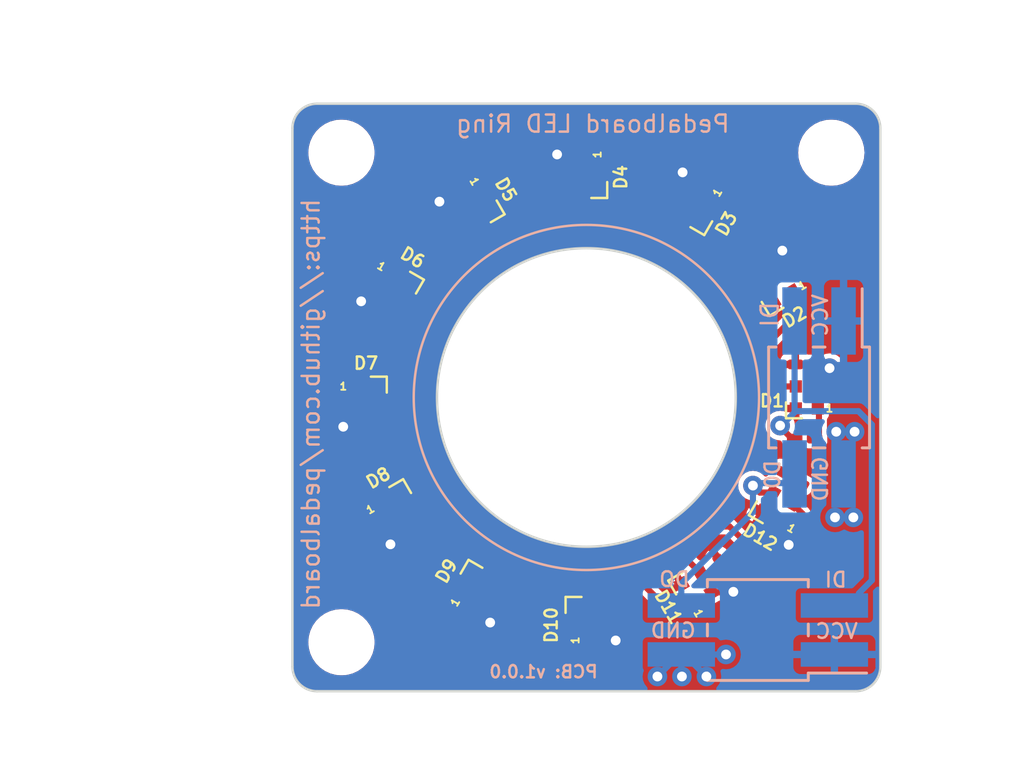
<source format=kicad_pcb>
(kicad_pcb (version 20221018) (generator pcbnew)
  (title_block (title "Pedalboard LED Ring") (date "2023-05-29") (rev "1.0.0") (company "https://github.com/pedalboard") (comment 1 "Source Code: https://github.com/pedalboard/pedalboard-led-ring") (comment 2 "License: CERN Open Hardware Licence Version 2 - Permissive"))
  (layers (0 "F.Cu" signal) (31 "B.Cu" signal) (34 "B.Paste" user) (35 "F.Paste" user) (36 "B.SilkS" user "B.Silkscreen") (37 "F.SilkS" user "F.Silkscreen") (38 "B.Mask" user) (39 "F.Mask" user) (44 "Edge.Cuts" user))
  (net 0 "")
  (net 1 "Net-(D1-DOUT)")
  (net 2 "Net-(D1-DIN)")
  (net 3 "Net-(D2-DOUT)")
  (net 4 "Net-(D3-DOUT)")
  (net 5 "Net-(D4-DOUT)")
  (net 6 "Net-(D5-DOUT)")
  (net 7 "Net-(D6-DOUT)")
  (net 8 "Net-(D12-DOUT)")
  (net 9 "VCC")
  (net 10 "GND")
  (net 11 "Net-(D7-DOUT)")
  (net 12 "Net-(D8-DOUT)")
  (net 13 "Net-(D10-DIN)")
  (net 14 "Net-(D11-DOUT)")
  (net 15 "Net-(D10-DOUT)")
  (net 16 "Net-(J1-Pin_3)")
  (footprint "Library:LED_SK6812_EC15_1.5x1.5mm" (layer "F.Cu") (at 84.5 67.794229 120)
    (fp_text reference "D11" (at -0.086842 -1.378044 120) (layer "F.SilkS") (effects (font (size 0.5 0.5) (thickness 0.1) bold)))
    (fp_text value "SK6812_EC15")
    (fp_text user "1" (at -0.925 -0.45 120) (layer "F.SilkS") (effects (font (size 0.3 0.3) (thickness 0.075))))
    (fp_line (start 0.85 -0.85) (end 0.2 -0.85) (stroke (width 0.1)) (layer "F.SilkS"))
    (fp_line (start 0.85 -0.2) (end 0.85 -0.85) (stroke (width 0.1)) (layer "F.SilkS"))
    (pad "1" smd rect (at -0.45 -0.45 120) (size 0.5 0.5) (layers "F.Cu" "F.Paste" "F.Mask") (net 15 "Net-(D10-DOUT)"))
    (pad "2" smd rect (at -0.45 0.45 120) (size 0.5 0.5) (layers "F.Cu" "F.Paste" "F.Mask") (net 9 "VCC"))
    (pad "3" smd rect (at 0.45 0.45 120) (size 0.5 0.5) (layers "F.Cu" "F.Paste" "F.Mask") (net 14 "Net-(D11-DOUT)"))
    (pad "4" smd rect (at 0.45 -0.45 120) (size 0.5 0.5) (layers "F.Cu" "F.Paste" "F.Mask") (net 10 "GND"))
  )
  (footprint "Capacitor_SMD:C_0201_0603Metric_Pad0.64x0.40mm_HandSolder" (layer "F.Cu") (at 78.65 51.06 -90)
    (fp_text reference "C4" hide)
    (fp_text value "1uF")
    (pad "1" smd roundrect (at -0.4075 0 270) (size 0.635 0.4) (layers "F.Cu" "F.Mask") (net 9 "VCC"))
    (pad "2" smd roundrect (at 0.4075 0 270) (size 0.635 0.4) (layers "F.Cu" "F.Mask") (net 10 "GND"))
  )
  (footprint "Capacitor_SMD:C_0201_0603Metric_Pad0.64x0.40mm_HandSolder" (layer "F.Cu") (at 74.360866 52.932733 -60)
    (fp_text reference "C5" hide)
    (fp_text value "1uF")
    (pad "1" smd roundrect (at -0.4075 0 300) (size 0.635 0.4) (layers "F.Cu" "F.Mask") (net 9 "VCC"))
    (pad "2" smd roundrect (at 0.4075 0 300) (size 0.635 0.4) (layers "F.Cu" "F.Mask") (net 10 "GND"))
  )
  (footprint "Library:LED_SK6812_EC15_1.5x1.5mm" (layer "F.Cu") (at 89 60 180)
    (fp_text reference "D1" (at 1.42 -0.14) (layer "F.SilkS") (effects (font (size 0.5 0.5) (thickness 0.1) bold)))
    (fp_text value "SK6812_EC15")
    (fp_text user "1" (at -0.925 -0.45) (layer "F.SilkS") (effects (font (size 0.3 0.3) (thickness 0.075))))
    (fp_line (start 0.85 -0.85) (end 0.2 -0.85) (stroke (width 0.1)) (layer "F.SilkS"))
    (fp_line (start 0.85 -0.2) (end 0.85 -0.85) (stroke (width 0.1)) (layer "F.SilkS"))
    (pad "1" smd rect (at -0.45 -0.45 180) (size 0.5 0.5) (layers "F.Cu" "F.Paste" "F.Mask") (net 2 "Net-(D1-DIN)"))
    (pad "2" smd rect (at -0.45 0.45 180) (size 0.5 0.5) (layers "F.Cu" "F.Paste" "F.Mask") (net 9 "VCC"))
    (pad "3" smd rect (at 0.45 0.45 180) (size 0.5 0.5) (layers "F.Cu" "F.Paste" "F.Mask") (net 1 "Net-(D1-DOUT)"))
    (pad "4" smd rect (at 0.45 -0.45 180) (size 0.5 0.5) (layers "F.Cu" "F.Paste" "F.Mask") (net 10 "GND"))
  )
  (footprint "Library:LED_SK6812_EC15_1.5x1.5mm" (layer "F.Cu") (at 80 51 -90)
    (fp_text reference "D4" (at 0 -1.4 90) (layer "F.SilkS") (effects (font (size 0.5 0.5) (thickness 0.1) bold)))
    (fp_text value "SK6812_EC15")
    (fp_text user "1" (at -0.925 -0.45 90) (layer "F.SilkS") (effects (font (size 0.3 0.3) (thickness 0.075))))
    (fp_line (start 0.85 -0.85) (end 0.2 -0.85) (stroke (width 0.1)) (layer "F.SilkS"))
    (fp_line (start 0.85 -0.2) (end 0.85 -0.85) (stroke (width 0.1)) (layer "F.SilkS"))
    (pad "1" smd rect (at -0.45 -0.45 270) (size 0.5 0.5) (layers "F.Cu" "F.Paste" "F.Mask") (net 4 "Net-(D3-DOUT)"))
    (pad "2" smd rect (at -0.45 0.45 270) (size 0.5 0.5) (layers "F.Cu" "F.Paste" "F.Mask") (net 9 "VCC"))
    (pad "3" smd rect (at 0.45 0.45 270) (size 0.5 0.5) (layers "F.Cu" "F.Paste" "F.Mask") (net 5 "Net-(D4-DOUT)"))
    (pad "4" smd rect (at 0.45 -0.45 270) (size 0.5 0.5) (layers "F.Cu" "F.Paste" "F.Mask") (net 10 "GND"))
  )
  (footprint "Library:LED_SK6812_EC15_1.5x1.5mm" (layer "F.Cu") (at 87.794229 64.5 150)
    (fp_text reference "D12" (at 0 -1.4 150) (layer "F.SilkS") (effects (font (size 0.5 0.5) (thickness 0.1) bold)))
    (fp_text value "SK6812_EC15")
    (fp_text user "1" (at -0.925 -0.45 150) (layer "F.SilkS") (effects (font (size 0.3 0.3) (thickness 0.075))))
    (fp_line (start 0.85 -0.85) (end 0.2 -0.85) (stroke (width 0.1)) (layer "F.SilkS"))
    (fp_line (start 0.85 -0.2) (end 0.85 -0.85) (stroke (width 0.1)) (layer "F.SilkS"))
    (pad "1" smd rect (at -0.45 -0.45 150) (size 0.5 0.5) (layers "F.Cu" "F.Paste" "F.Mask") (net 14 "Net-(D11-DOUT)"))
    (pad "2" smd rect (at -0.45 0.45 150) (size 0.5 0.5) (layers "F.Cu" "F.Paste" "F.Mask") (net 9 "VCC"))
    (pad "3" smd rect (at 0.45 0.45 150) (size 0.5 0.5) (layers "F.Cu" "F.Paste" "F.Mask") (net 8 "Net-(D12-DOUT)"))
    (pad "4" smd rect (at 0.45 -0.45 150) (size 0.5 0.5) (layers "F.Cu" "F.Paste" "F.Mask") (net 10 "GND"))
  )
  (footprint "Library:LED_SK6812_EC15_1.5x1.5mm" (layer "F.Cu") (at 72.205771 64.5 30)
    (fp_text reference "D8" (at 0 -1.4 30) (layer "F.SilkS") (effects (font (size 0.5 0.5) (thickness 0.1) bold)))
    (fp_text value "SK6812_EC15")
    (fp_text user "1" (at -0.925 -0.45 30) (layer "F.SilkS") (effects (font (size 0.3 0.3) (thickness 0.075))))
    (fp_line (start 0.85 -0.85) (end 0.2 -0.85) (stroke (width 0.1)) (layer "F.SilkS"))
    (fp_line (start 0.85 -0.2) (end 0.85 -0.85) (stroke (width 0.1)) (layer "F.SilkS"))
    (pad "1" smd rect (at -0.45 -0.45 30) (size 0.5 0.5) (layers "F.Cu" "F.Paste" "F.Mask") (net 11 "Net-(D7-DOUT)"))
    (pad "2" smd rect (at -0.45 0.45 30) (size 0.5 0.5) (layers "F.Cu" "F.Paste" "F.Mask") (net 9 "VCC"))
    (pad "3" smd rect (at 0.45 0.45 30) (size 0.5 0.5) (layers "F.Cu" "F.Paste" "F.Mask") (net 12 "Net-(D8-DOUT)"))
    (pad "4" smd rect (at 0.45 -0.45 30) (size 0.5 0.5) (layers "F.Cu" "F.Paste" "F.Mask") (net 10 "GND"))
  )
  (footprint "Library:LED_SK6812_EC15_1.5x1.5mm" (layer "F.Cu") (at 80 69 90)
    (fp_text reference "D10" (at -0.3 -1.44 90) (layer "F.SilkS") (effects (font (size 0.5 0.5) (thickness 0.1) bold)))
    (fp_text value "SK6812_EC15")
    (fp_text user "1" (at -0.925 -0.45 90) (layer "F.SilkS") (effects (font (size 0.3 0.3) (thickness 0.075))))
    (fp_line (start 0.85 -0.85) (end 0.2 -0.85) (stroke (width 0.1)) (layer "F.SilkS"))
    (fp_line (start 0.85 -0.2) (end 0.85 -0.85) (stroke (width 0.1)) (layer "F.SilkS"))
    (pad "1" smd rect (at -0.45 -0.45 90) (size 0.5 0.5) (layers "F.Cu" "F.Paste" "F.Mask") (net 13 "Net-(D10-DIN)"))
    (pad "2" smd rect (at -0.45 0.45 90) (size 0.5 0.5) (layers "F.Cu" "F.Paste" "F.Mask") (net 9 "VCC"))
    (pad "3" smd rect (at 0.45 0.45 90) (size 0.5 0.5) (layers "F.Cu" "F.Paste" "F.Mask") (net 15 "Net-(D10-DOUT)"))
    (pad "4" smd rect (at 0.45 -0.45 90) (size 0.5 0.5) (layers "F.Cu" "F.Paste" "F.Mask") (net 10 "GND"))
  )
  (footprint "Library:LED_SK6812_EC15_1.5x1.5mm" (layer "F.Cu") (at 71 60)
    (fp_text reference "D7" (at 0 -1.4) (layer "F.SilkS") (effects (font (size 0.5 0.5) (thickness 0.1) bold)))
    (fp_text value "SK6812_EC15")
    (fp_text user "1" (at -0.925 -0.45) (layer "F.SilkS") (effects (font (size 0.3 0.3) (thickness 0.075))))
    (fp_line (start 0.85 -0.85) (end 0.2 -0.85) (stroke (width 0.1)) (layer "F.SilkS"))
    (fp_line (start 0.85 -0.2) (end 0.85 -0.85) (stroke (width 0.1)) (layer "F.SilkS"))
    (pad "1" smd rect (at -0.45 -0.45) (size 0.5 0.5) (layers "F.Cu" "F.Paste" "F.Mask") (net 7 "Net-(D6-DOUT)"))
    (pad "2" smd rect (at -0.45 0.45) (size 0.5 0.5) (layers "F.Cu" "F.Paste" "F.Mask") (net 9 "VCC"))
    (pad "3" smd rect (at 0.45 0.45) (size 0.5 0.5) (layers "F.Cu" "F.Paste" "F.Mask") (net 11 "Net-(D7-DOUT)"))
    (pad "4" smd rect (at 0.45 -0.45) (size 0.5 0.5) (layers "F.Cu" "F.Paste" "F.Mask") (net 10 "GND"))
  )
  (footprint "Library:LED_SK6812_EC15_1.5x1.5mm" (layer "F.Cu") (at 72.205771 55.5 -30)
    (fp_text reference "D6" (at 0 -1.4 150) (layer "F.SilkS") (effects (font (size 0.5 0.5) (thickness 0.1) bold)))
    (fp_text value "SK6812_EC15")
    (fp_text user "1" (at -0.925 -0.45 150) (layer "F.SilkS") (effects (font (size 0.3 0.3) (thickness 0.075))))
    (fp_line (start 0.85 -0.85) (end 0.2 -0.85) (stroke (width 0.1)) (layer "F.SilkS"))
    (fp_line (start 0.85 -0.2) (end 0.85 -0.85) (stroke (width 0.1)) (layer "F.SilkS"))
    (pad "1" smd rect (at -0.45 -0.45 330) (size 0.5 0.5) (layers "F.Cu" "F.Paste" "F.Mask") (net 6 "Net-(D5-DOUT)"))
    (pad "2" smd rect (at -0.45 0.45 330) (size 0.5 0.5) (layers "F.Cu" "F.Paste" "F.Mask") (net 9 "VCC"))
    (pad "3" smd rect (at 0.45 0.45 330) (size 0.5 0.5) (layers "F.Cu" "F.Paste" "F.Mask") (net 7 "Net-(D6-DOUT)"))
    (pad "4" smd rect (at 0.45 -0.45 330) (size 0.5 0.5) (layers "F.Cu" "F.Paste" "F.Mask") (net 10 "GND"))
  )
  (footprint "MountingHole:MountingHole_2.2mm_M2" (layer "F.Cu") (at 90 50)
    (fp_text reference "H2" hide)
    (fp_text value "MountingHole")
    (pad "" np_thru_hole circle (at 0 0) (size 2.2 2.2) (drill 2.2) (layers "*.Cu" "*.Mask"))
  )
  (footprint "Capacitor_SMD:C_0201_0603Metric_Pad0.64x0.40mm_HandSolder" (layer "F.Cu") (at 71.06 61.35)
    (fp_text reference "C7" hide)
    (fp_text value "1uF")
    (pad "1" smd roundrect (at -0.4075 0) (size 0.635 0.4) (layers "F.Cu" "F.Mask") (net 9 "VCC"))
    (pad "2" smd roundrect (at 0.4075 0) (size 0.635 0.4) (layers "F.Cu" "F.Mask") (net 10 "GND"))
  )
  (footprint "Capacitor_SMD:C_0201_0603Metric_Pad0.64x0.40mm_HandSolder" (layer "F.Cu") (at 72.932733 65.639134 30)
    (fp_text reference "C8" hide)
    (fp_text value "1uF")
    (pad "1" smd roundrect (at -0.4075 0 30) (size 0.635 0.4) (layers "F.Cu" "F.Mask") (net 9 "VCC"))
    (pad "2" smd roundrect (at 0.4075 0 30) (size 0.635 0.4) (layers "F.Cu" "F.Mask") (net 10 "GND"))
  )
  (footprint "Capacitor_SMD:C_0201_0603Metric_Pad0.64x0.40mm_HandSolder" (layer "F.Cu") (at 76.699134 68.417267 60)
    (fp_text reference "C9" hide)
    (fp_text value "1uF")
    (pad "1" smd roundrect (at -0.4075 0 60) (size 0.635 0.4) (layers "F.Cu" "F.Mask") (net 9 "VCC"))
    (pad "2" smd roundrect (at 0.4075 0 60) (size 0.635 0.4) (layers "F.Cu" "F.Mask") (net 10 "GND"))
  )
  (footprint "Library:Actuator" (layer "F.Cu") (at 80 60)
    (fp_text reference "H4" hide)
    (fp_text value "Actuator Hole")
  )
  (footprint "MountingHole:MountingHole_2.2mm_M2" (layer "F.Cu") (at 70 50)
    (fp_text reference "H1" hide)
    (fp_text value "MountingHole")
    (pad "" np_thru_hole circle (at 0 0) (size 2.2 2.2) (drill 2.2) (layers "*.Cu" "*.Mask"))
  )
  (footprint "Capacitor_SMD:C_0201_0603Metric_Pad0.64x0.40mm_HandSolder" (layer "F.Cu") (at 85.639134 67.067267 120)
    (fp_text reference "C11" hide)
    (fp_text value "1uF")
    (pad "1" smd roundrect (at -0.4075 0 120) (size 0.635 0.4) (layers "F.Cu" "F.Mask") (net 9 "VCC"))
    (pad "2" smd roundrect (at 0.4075 0 120) (size 0.635 0.4) (layers "F.Cu" "F.Mask") (net 10 "GND"))
  )
  (footprint "Capacitor_SMD:C_0201_0603Metric_Pad0.64x0.40mm_HandSolder" (layer "F.Cu") (at 71.582733 56.699134 -30)
    (fp_text reference "C6" hide)
    (fp_text value "1uF")
    (pad "1" smd roundrect (at -0.4075 0 330) (size 0.635 0.4) (layers "F.Cu" "F.Mask") (net 9 "VCC"))
    (pad "2" smd roundrect (at 0.4075 0 330) (size 0.635 0.4) (layers "F.Cu" "F.Mask") (net 10 "GND"))
  )
  (footprint "Capacitor_SMD:C_0201_0603Metric_Pad0.64x0.40mm_HandSolder" (layer "F.Cu") (at 81.35 68.94 90)
    (fp_text reference "C10" hide)
    (fp_text value "1uF")
    (pad "1" smd roundrect (at -0.4075 0 90) (size 0.635 0.4) (layers "F.Cu" "F.Mask") (net 9 "VCC"))
    (pad "2" smd roundrect (at 0.4075 0 90) (size 0.635 0.4) (layers "F.Cu" "F.Mask") (net 10 "GND"))
  )
  (footprint "Library:LED_SK6812_EC15_1.5x1.5mm" (layer "F.Cu") (at 87.794229 55.5 -150)
    (fp_text reference "D2" (at 0 -1.4 30) (layer "F.SilkS") (effects (font (size 0.5 0.5) (thickness 0.1) bold)))
    (fp_text value "SK6812_EC15")
    (fp_text user "1" (at -0.925 -0.45 30) (layer "F.SilkS") (effects (font (size 0.3 0.3) (thickness 0.075))))
    (fp_line (start 0.85 -0.85) (end 0.2 -0.85) (stroke (width 0.1)) (layer "F.SilkS"))
    (fp_line (start 0.85 -0.2) (end 0.85 -0.85) (stroke (width 0.1)) (layer "F.SilkS"))
    (pad "1" smd rect (at -0.45 -0.45 210) (size 0.5 0.5) (layers "F.Cu" "F.Paste" "F.Mask") (net 1 "Net-(D1-DOUT)"))
    (pad "2" smd rect (at -0.45 0.45 210) (size 0.5 0.5) (layers "F.Cu" "F.Paste" "F.Mask") (net 9 "VCC"))
    (pad "3" smd rect (at 0.45 0.45 210) (size 0.5 0.5) (layers "F.Cu" "F.Paste" "F.Mask") (net 3 "Net-(D2-DOUT)"))
    (pad "4" smd rect (at 0.45 -0.45 210) (size 0.5 0.5) (layers "F.Cu" "F.Paste" "F.Mask") (net 10 "GND"))
  )
  (footprint "Capacitor_SMD:C_0201_0603Metric_Pad0.64x0.40mm_HandSolder" (layer "F.Cu") (at 88.94 58.65 180)
    (fp_text reference "C1" hide)
    (fp_text value "1uF")
    (pad "1" smd roundrect (at -0.4075 0 180) (size 0.635 0.4) (layers "F.Cu" "F.Mask") (net 9 "VCC"))
    (pad "2" smd roundrect (at 0.4075 0 180) (size 0.635 0.4) (layers "F.Cu" "F.Mask") (net 10 "GND"))
  )
  (footprint "Capacitor_SMD:C_0201_0603Metric_Pad0.64x0.40mm_HandSolder" (layer "F.Cu") (at 87.067267 54.360866 -150)
    (fp_text reference "C2" hide)
    (fp_text value "1uF")
    (pad "1" smd roundrect (at -0.4075 0 210) (size 0.635 0.4) (layers "F.Cu" "F.Mask") (net 9 "VCC"))
    (pad "2" smd roundrect (at 0.4075 0 210) (size 0.635 0.4) (layers "F.Cu" "F.Mask") (net 10 "GND"))
  )
  (footprint "Library:LED_SK6812_EC15_1.5x1.5mm" (layer "F.Cu") (at 75.5 52.205771 -60)
    (fp_text reference "D5" (at 0 -1.4 120) (layer "F.SilkS") (effects (font (size 0.5 0.5) (thickness 0.1) bold)))
    (fp_text value "SK6812_EC15")
    (fp_text user "1" (at -0.925 -0.45 120) (layer "F.SilkS") (effects (font (size 0.3 0.3) (thickness 0.075))))
    (fp_line (start 0.85 -0.85) (end 0.2 -0.85) (stroke (width 0.1)) (layer "F.SilkS"))
    (fp_line (start 0.85 -0.2) (end 0.85 -0.85) (stroke (width 0.1)) (layer "F.SilkS"))
    (pad "1" smd rect (at -0.45 -0.45 300) (size 0.5 0.5) (layers "F.Cu" "F.Paste" "F.Mask") (net 5 "Net-(D4-DOUT)"))
    (pad "2" smd rect (at -0.45 0.45 300) (size 0.5 0.5) (layers "F.Cu" "F.Paste" "F.Mask") (net 9 "VCC"))
    (pad "3" smd rect (at 0.45 0.45 300) (size 0.5 0.5) (layers "F.Cu" "F.Paste" "F.Mask") (net 6 "Net-(D5-DOUT)"))
    (pad "4" smd rect (at 0.45 -0.45 300) (size 0.5 0.5) (layers "F.Cu" "F.Paste" "F.Mask") (net 10 "GND"))
  )
  (footprint "Capacitor_SMD:C_0201_0603Metric_Pad0.64x0.40mm_HandSolder" (layer "F.Cu") (at 88.417267 63.300866 150)
    (fp_text reference "C12" hide)
    (fp_text value "1uF")
    (pad "1" smd roundrect (at -0.4075 0 150) (size 0.635 0.4) (layers "F.Cu" "F.Mask") (net 9 "VCC"))
    (pad "2" smd roundrect (at 0.4075 0 150) (size 0.635 0.4) (layers "F.Cu" "F.Mask") (net 10 "GND"))
  )
  (footprint "Library:LED_SK6812_EC15_1.5x1.5mm" (layer "F.Cu") (at 75.5 67.794229 60)
    (fp_text reference "D9" (at 0 -1.4 60) (layer "F.SilkS") (effects (font (size 0.5 0.5) (thickness 0.1) bold)))
    (fp_text value "SK6812_EC15")
    (fp_text user "1" (at -0.925 -0.45 60) (layer "F.SilkS") (effects (font (size 0.3 0.3) (thickness 0.075))))
    (fp_line (start 0.85 -0.85) (end 0.2 -0.85) (stroke (width 0.1)) (layer "F.SilkS"))
    (fp_line (start 0.85 -0.2) (end 0.85 -0.85) (stroke (width 0.1)) (layer "F.SilkS"))
    (pad "1" smd rect (at -0.45 -0.45 60) (size 0.5 0.5) (layers "F.Cu" "F.Paste" "F.Mask") (net 12 "Net-(D8-DOUT)"))
    (pad "2" smd rect (at -0.45 0.45 60) (size 0.5 0.5) (layers "F.Cu" "F.Paste" "F.Mask") (net 9 "VCC"))
    (pad "3" smd rect (at 0.45 0.45 60) (size 0.5 0.5) (layers "F.Cu" "F.Paste" "F.Mask") (net 13 "Net-(D10-DIN)"))
    (pad "4" smd rect (at 0.45 -0.45 60) (size 0.5 0.5) (layers "F.Cu" "F.Paste" "F.Mask") (net 10 "GND"))
  )
  (footprint "Library:LED_SK6812_EC15_1.5x1.5mm" (layer "F.Cu") (at 84.5 52.205771 -120)
    (fp_text reference "D3" (at 0 -1.4 60) (layer "F.SilkS") (effects (font (size 0.5 0.5) (thickness 0.1) bold)))
    (fp_text value "SK6812_EC15")
    (fp_text user "1" (at -0.925 -0.45 60) (layer "F.SilkS") (effects (font (size 0.3 0.3) (thickness 0.075))))
    (fp_line (start 0.85 -0.85) (end 0.2 -0.85) (stroke (width 0.1)) (layer "F.SilkS"))
    (fp_line (start 0.85 -0.2) (end 0.85 -0.85) (stroke (width 0.1)) (layer "F.SilkS"))
    (pad "1" smd rect (at -0.45 -0.45 240) (size 0.5 0.5) (layers "F.Cu" "F.Paste" "F.Mask") (net 3 "Net-(D2-DOUT)"))
    (pad "2" smd rect (at -0.45 0.45 240) (size 0.5 0.5) (layers "F.Cu" "F.Paste" "F.Mask") (net 9 "VCC"))
    (pad "3" smd rect (at 0.45 0.45 240) (size 0.5 0.5) (layers "F.Cu" "F.Paste" "F.Mask") (net 4 "Net-(D3-DOUT)"))
    (pad "4" smd rect (at 0.45 -0.45 240) (size 0.5 0.5) (layers "F.Cu" "F.Paste" "F.Mask") (net 10 "GND"))
  )
  (footprint "Resistor_SMD:R_0201_0603Metric_Pad0.64x0.40mm_HandSolder" (layer "F.Cu") (at 88.91 61.68 180)
    (fp_text reference "R1" hide)
    (fp_text value "330")
    (pad "1" smd roundrect (at -0.4075 0 180) (size 0.635 0.4) (layers "F.Cu" "F.Mask") (net 2 "Net-(D1-DIN)"))
    (pad "2" smd roundrect (at 0.4075 0 180) (size 0.635 0.4) (layers "F.Cu" "F.Mask") (net 16 "Net-(J1-Pin_3)"))
  )
  (footprint "MountingHole:MountingHole_2.2mm_M2" (layer "F.Cu") (at 70 70)
    (fp_text reference "H3" hide)
    (fp_text value "MountingHole")
    (pad "" np_thru_hole circle (at 0 0) (size 2.2 2.2) (drill 2.2) (layers "*.Cu" "*.Mask"))
  )
  (footprint "Capacitor_SMD:C_0201_0603Metric_Pad0.64x0.40mm_HandSolder" (layer "F.Cu") (at 83.300866 51.582733 -120)
    (fp_text reference "C3" hide)
    (fp_text value "1uF")
    (pad "1" smd roundrect (at -0.4075 0 240) (size 0.635 0.4) (layers "F.Cu" "F.Mask") (net 9 "VCC"))
    (pad "2" smd roundrect (at 0.4075 0 240) (size 0.635 0.4) (layers "F.Cu" "F.Mask") (net 10 "GND"))
  )
  (footprint "Connector_PinSocket_2.00mm:PinSocket_2x02_P2.00mm_Vertical_SMD" (layer "B.Cu") (at 89.5 60 90)
    (fp_text reference "J1" hide)
    (fp_text value "middle")
    (fp_line (start -2.06 -2.06) (end 2.06 -2.06) (stroke (width 0.12)) (layer "B.SilkS"))
    (fp_line (start -2.06 -1.76) (end -2.06 -2.06) (stroke (width 0.12)) (layer "B.SilkS"))
    (fp_line (start -2.06 0.24) (end -2.06 -0.24) (stroke (width 0.12)) (layer "B.SilkS"))
    (fp_line (start -2.06 2.06) (end -2.06 1.76) (stroke (width 0.12)) (layer "B.SilkS"))
    (fp_line (start -2.06 2.06) (end 2.06 2.06) (stroke (width 0.12)) (layer "B.SilkS"))
    (fp_line (start 2.06 -1.76) (end 2.06 -2.06) (stroke (width 0.12)) (layer "B.SilkS"))
    (fp_line (start 2.06 0.24) (end 2.06 -0.24) (stroke (width 0.12)) (layer "B.SilkS"))
    (fp_line (start 2.06 1.76) (end 4.44 1.76) (stroke (width 0.12)) (layer "B.SilkS"))
    (fp_line (start 2.06 2.06) (end 2.06 1.76) (stroke (width 0.12)) (layer "B.SilkS"))
    (pad "1" smd rect (at 3.125 1 90) (size 2.75 1) (layers "B.Cu" "B.Paste" "B.Mask") (net 9 "VCC"))
    (pad "2" smd rect (at -3.125 1 90) (size 2.75 1) (layers "B.Cu" "B.Paste" "B.Mask") (net 10 "GND"))
    (pad "3" smd rect (at 3.125 -1 90) (size 2.75 1) (layers "B.Cu" "B.Paste" "B.Mask") (net 16 "Net-(J1-Pin_3)"))
    (pad "4" smd rect (at -3.125 -1 90) (size 2.75 1) (layers "B.Cu" "B.Paste" "B.Mask") (net 8 "Net-(D12-DOUT)"))
  )
  (footprint "Connector_PinSocket_2.00mm:PinSocket_2x02_P2.00mm_Vertical_SMD" (layer "B.Cu") (at 87 69.5)
    (fp_text reference "J2" hide)
    (fp_text value "edge")
    (fp_line (start -2.06 -2.06) (end 2.06 -2.06) (stroke (width 0.12)) (layer "B.SilkS"))
    (fp_line (start -2.06 -1.76) (end -2.06 -2.06) (stroke (width 0.12)) (layer "B.SilkS"))
    (fp_line (start -2.06 0.24) (end -2.06 -0.24) (stroke (width 0.12)) (layer "B.SilkS"))
    (fp_line (start -2.06 2.06) (end -2.06 1.76) (stroke (width 0.12)) (layer "B.SilkS"))
    (fp_line (start -2.06 2.06) (end 2.06 2.06) (stroke (width 0.12)) (layer "B.SilkS"))
    (fp_line (start 2.06 -1.76) (end 2.06 -2.06) (stroke (width 0.12)) (layer "B.SilkS"))
    (fp_line (start 2.06 0.24) (end 2.06 -0.24) (stroke (width 0.12)) (layer "B.SilkS"))
    (fp_line (start 2.06 1.76) (end 4.44 1.76) (stroke (width 0.12)) (layer "B.SilkS"))
    (fp_line (start 2.06 2.06) (end 2.06 1.76) (stroke (width 0.12)) (layer "B.SilkS"))
    (pad "1" smd rect (at 3.125 1) (size 2.75 1) (layers "B.Cu" "B.Paste" "B.Mask") (net 9 "VCC"))
    (pad "2" smd rect (at -3.125 1) (size 2.75 1) (layers "B.Cu" "B.Paste" "B.Mask") (net 10 "GND"))
    (pad "3" smd rect (at 3.125 -1) (size 2.75 1) (layers "B.Cu" "B.Paste" "B.Mask") (net 16 "Net-(J1-Pin_3)"))
    (pad "4" smd rect (at -3.125 -1) (size 2.75 1) (layers "B.Cu" "B.Paste" "B.Mask") (net 8 "Net-(D12-DOUT)"))
  )
  (gr_circle (center 80 60) (end 87.05 60) (stroke (width 0.1)) (fill none) (layer "B.SilkS"))
  (gr_arc (start 69 72) (mid 68.292893 71.707107) (end 68 71) (stroke (width 0.1)) (layer "Edge.Cuts"))
  (gr_circle (center 80 60) (end 86.1 60) (stroke (width 0.1)) (fill none) (layer "Edge.Cuts"))
  (gr_line (start 92 49) (end 92 71) (stroke (width 0.1)) (layer "Edge.Cuts"))
  (gr_line (start 68 71) (end 68 49) (stroke (width 0.1)) (layer "Edge.Cuts"))
  (gr_arc (start 92 71) (mid 91.707107 71.707107) (end 91 72) (stroke (width 0.1)) (layer "Edge.Cuts"))
  (gr_line (start 69 48) (end 91 48) (stroke (width 0.1)) (layer "Edge.Cuts"))
  (gr_line (start 91 72) (end 69 72) (stroke (width 0.1)) (layer "Edge.Cuts"))
  (gr_arc (start 68 49) (mid 68.292893 48.292893) (end 69 48) (stroke (width 0.1)) (layer "Edge.Cuts"))
  (gr_arc (start 91 48) (mid 91.707107 48.292893) (end 92 49) (stroke (width 0.1)) (layer "Edge.Cuts"))
  (gr_text "DI" (at 87.9 56.03 90) (layer "B.SilkS") (effects (font (size 0.7 0.7) (thickness 0.1)) (justify left bottom mirror)))
  (gr_text "D0" (at 87.95 62.5 90) (layer "B.SilkS") (effects (font (size 0.6 0.6) (thickness 0.1)) (justify left bottom mirror)))
  (gr_text "VCC" (at 91.14 69.9) (layer "B.SilkS") (effects (font (size 0.6 0.6) (thickness 0.1)) (justify left bottom mirror)))
  (gr_text "GND\n" (at 89.9 62.35 90) (layer "B.SilkS") (effects (font (size 0.6 0.6) (thickness 0.1)) (justify left bottom mirror)))
  (gr_text "GND" (at 84.525 69.875) (layer "B.SilkS") (effects (font (size 0.6 0.6) (thickness 0.1)) (justify left bottom mirror)))
  (gr_text "${COMPANY}" (at 69.16 60.27 90) (layer "B.SilkS") (effects (font (size 0.7 0.7) (thickness 0.1)) (justify bottom mirror)))
  (gr_text "DI" (at 90.69 67.8) (layer "B.SilkS") (effects (font (size 0.6 0.6) (thickness 0.1)) (justify left bottom mirror)))
  (gr_text "VCC" (at 89.9 55.72 90) (layer "B.SilkS") (effects (font (size 0.6 0.6) (thickness 0.1)) (justify left bottom mirror)))
  (gr_text "PCB: v${REVISION}" (at 78.25 71.5) (layer "B.SilkS") (effects (font (size 0.5 0.5) (thickness 0.1) bold) (justify bottom mirror)))
  (gr_text "DO\n" (at 84.275 67.78) (layer "B.SilkS") (effects (font (size 0.6 0.6) (thickness 0.1)) (justify left bottom mirror)))
  (gr_text "${TITLE}" (at 80.26 49.23) (layer "B.SilkS") (effects (font (size 0.7 0.7) (thickness 0.1)) (justify bottom mirror)))
  (segment (start 87.37 57.83) (end 88.40894 56.79106) (width 0.25) (layer "F.Cu") (net 1))
  (segment (start 88.55 59.55) (end 88.07 59.55) (width 0.25) (layer "F.Cu") (net 1))
  (segment (start 88.07 59.55) (end 87.37 58.85) (width 0.25) (layer "F.Cu") (net 1))
  (segment (start 88.40894 56.79106) (end 88.40894 55.664711) (width 0.25) (layer "F.Cu") (net 1))
  (segment (start 87.37 58.85) (end 87.37 57.83) (width 0.25) (layer "F.Cu") (net 1))
  (segment (start 89.45 60.45) (end 89.495 60.495) (width 0.25) (layer "F.Cu") (net 2))
  (segment (start 89.495 60.495) (end 89.495 61.4675) (width 0.25) (layer "F.Cu") (net 2))
  (segment (start 89.495 61.4675) (end 89.3 61.6625) (width 0.25) (layer "F.Cu") (net 2))
  (segment (start 86.24 55.66) (end 86.854807 55.66) (width 0.25) (layer "F.Cu") (net 3))
  (segment (start 86.22 53.2) (end 85.21 54.21) (width 0.25) (layer "F.Cu") (net 3))
  (segment (start 85.114711 52.04106) (end 85.90106 52.04106) (width 0.25) (layer "F.Cu") (net 3))
  (segment (start 85.21 54.21) (end 85.21 54.63) (width 0.25) (layer "F.Cu") (net 3))
  (segment (start 85.90106 52.04106) (end 86.22 52.36) (width 0.25) (layer "F.Cu") (net 3))
  (segment (start 85.21 54.63) (end 86.24 55.66) (width 0.25) (layer "F.Cu") (net 3))
  (segment (start 86.22 52.36) (end 86.22 53.2) (width 0.25) (layer "F.Cu") (net 3))
  (segment (start 86.854807 55.66) (end 87.179518 55.335289) (width 0.25) (layer "F.Cu") (net 3))
  (segment (start 81.35 50.55) (end 80.45 50.55) (width 0.25) (layer "F.Cu") (net 4))
  (segment (start 83.885289 52.370482) (end 83.295771 52.96) (width 0.25) (layer "F.Cu") (net 4))
  (segment (start 81.95 52.5) (end 81.95 51.15) (width 0.25) (layer "F.Cu") (net 4))
  (segment (start 82.41 52.96) (end 81.95 52.5) (width 0.25) (layer "F.Cu") (net 4))
  (segment (start 83.295771 52.96) (end 82.41 52.96) (width 0.25) (layer "F.Cu") (net 4))
  (segment (start 81.95 51.15) (end 81.35 50.55) (width 0.25) (layer "F.Cu") (net 4))
  (segment (start 79.55 52.08) (end 78.93 52.7) (width 0.25) (layer "F.Cu") (net 5))
  (segment (start 79.55 51.45) (end 79.55 52.08) (width 0.25) (layer "F.Cu") (net 5))
  (segment (start 78.12 52.7) (end 77.01106 51.59106) (width 0.25) (layer "F.Cu") (net 5))
  (segment (start 78.93 52.7) (end 78.12 52.7) (width 0.25) (layer "F.Cu") (net 5))
  (segment (start 77.01106 51.59106) (end 75.664711 51.59106) (width 0.25) (layer "F.Cu") (net 5))
  (segment (start 74.13 54.69) (end 73.66 54.22) (width 0.25) (layer "F.Cu") (net 6))
  (segment (start 75.335289 52.995289) (end 75.55 53.21) (width 0.25) (layer "F.Cu") (net 6))
  (segment (start 72.706349 54.22) (end 72.04106 54.885289) (width 0.25) (layer "F.Cu") (net 6))
  (segment (start 75.335289 52.820482) (end 75.335289 52.995289) (width 0.25) (layer "F.Cu") (net 6))
  (segment (start 75.55 53.84) (end 74.7 54.69) (width 0.25) (layer "F.Cu") (net 6))
  (segment (start 73.66 54.22) (end 72.706349 54.22) (width 0.25) (layer "F.Cu") (net 6))
  (segment (start 75.55 53.21) (end 75.55 53.84) (width 0.25) (layer "F.Cu") (net 6))
  (segment (start 74.7 54.69) (end 74.13 54.69) (width 0.25) (layer "F.Cu") (net 6))
  (segment (start 72.36 58.37) (end 71.12 58.37) (width 0.25) (layer "F.Cu") (net 7))
  (segment (start 71.12 58.37) (end 70.55 58.94) (width 0.25) (layer "F.Cu") (net 7))
  (segment (start 73.2 56.944229) (end 73.2 57.53) (width 0.25) (layer "F.Cu") (net 7))
  (segment (start 73.2 57.53) (end 72.36 58.37) (width 0.25) (layer "F.Cu") (net 7))
  (segment (start 72.370482 56.114711) (end 73.2 56.944229) (width 0.25) (layer "F.Cu") (net 7))
  (segment (start 70.55 58.94) (end 70.55 59.55) (width 0.25) (layer "F.Cu") (net 7))
  (segment (start 87.629518 63.885289) (end 87.085289 63.885289) (width 0.25) (layer "F.Cu") (net 8))
  (segment (start 87.085289 63.885289) (end 86.8 63.6) (width 0.25) (layer "F.Cu") (net 8))
  (via (at 86.8 63.6) (size 0.8) (drill 0.4) (layers "F.Cu" "B.Cu") (net 8))
  (segment (start 88.625 63.5) (end 86.9 63.5) (width 0.25) (layer "B.Cu") (net 8))
  (segment (start 86.8 64.68) (end 83.875 67.605) (width 0.25) (layer "B.Cu") (net 8))
  (segment (start 86.9 63.5) (end 86.8 63.6) (width 0.25) (layer "B.Cu") (net 8))
  (segment (start 83.875 67.605) (end 83.875 68.5) (width 0.25) (layer "B.Cu") (net 8))
  (segment (start 86.8 63.6) (end 86.8 64.68) (width 0.25) (layer "B.Cu") (net 8))
  (segment (start 80.45 69.45) (end 80.717949 69.45) (width 0.25) (layer "F.Cu") (net 9))
  (segment (start 75.664711 68.789066) (end 76.071797 69.196152) (width 0.25) (layer "F.Cu") (net 9))
  (segment (start 80.717949 69.45) (end 81.196152 69.928203) (width 0.25) (layer "F.Cu") (net 9))
  (segment (start 71.59106 55.664711) (end 71.210934 55.664711) (width 0.25) (layer "F.Cu") (net 9))
  (segment (start 70.55 60.45) (end 70.55 60.717949) (width 0.25) (layer "F.Cu") (net 9))
  (segment (start 72.04106 65.95894) (end 72 66) (width 0.25) (layer "F.Cu") (net 9))
  (segment (start 79.282051 50.55) (end 78.803848 50.071797) (width 0.25) (layer "F.Cu") (net 9))
  (segment (start 86 67.94) (end 85.98106 67.95894) (width 0.25) (layer "F.Cu") (net 9))
  (segment (start 88.83 65.48) (end 88.8 65.48) (width 0.25) (layer "F.Cu") (net 9))
  (segment (start 88.40894 64.335289) (end 88.40894 63.865848) (width 0.25) (layer "F.Cu") (net 9))
  (segment (start 87.95894 54.04106) (end 88 54) (width 0.25) (layer "F.Cu") (net 9))
  (segment (start 74.04106 52.04106) (end 74 52) (width 0.25) (layer "F.Cu") (net 9))
  (segment (start 74.885289 52.04106) (end 74.04106 52.04106) (width 0.25) (layer "F.Cu") (net 9))
  (segment (start 72.04106 65.114711) (end 72.04106 65.95894) (width 0.25) (layer "F.Cu") (net 9))
  (segment (start 89.45 59.282051) (end 89.928203 58.803848) (width 0.25) (layer "F.Cu") (net 9))
  (segment (start 83.928203 50.803848) (end 84.335289 51.210934) (width 0.25) (layer "F.Cu") (net 9))
  (segment (start 75.664711 68.40894) (end 75.664711 68.789066) (width 0.25) (layer "F.Cu") (net 9))
  (segment (start 79.55 50.55) (end 79.282051 50.55) (width 0.25) (layer "F.Cu") (net 9))
  (segment (start 88.8 65.48) (end 88.26 66.02) (width 0.25) (layer "F.Cu") (net 9))
  (segment (start 85.98106 67.95894) (end 85.114711 67.95894) (width 0.25) (layer "F.Cu") (net 9))
  (segment (start 87.95894 54.885289) (end 87.95894 54.04106) (width 0.25) (layer "F.Cu") (net 9))
  (segment (start 88.40894 63.865848) (end 88.770172 63.504616) (width 0.25) (layer "F.Cu") (net 9))
  (segment (start 70.803848 56.071797) (end 71.210934 55.664711) (width 0.25) (layer "F.Cu") (net 9))
  (segment (start 89.45 59.55) (end 89.45 59.282051) (width 0.25) (layer "F.Cu") (net 9))
  (segment (start 88.83 64.756349) (end 88.83 65.48) (width 0.25) (layer "F.Cu") (net 9))
  (segment (start 70.55 60.717949) (end 70.071797 61.196152) (width 0.25) (layer "F.Cu") (net 9))
  (segment (start 84.335289 51.59106) (end 84.335289 51.210934) (width 0.25) (layer "F.Cu") (net 9))
  (segment (start 88.40894 64.335289) (end 88.83 64.756349) (width 0.25) (layer "F.Cu") (net 9))
  (via (at 74 52) (size 0.8) (drill 0.4) (layers "F.Cu" "B.Cu") (net 9))
  (via (at 89.928203 58.803848) (size 0.8) (drill 0.4) (layers "F.Cu" "B.Cu") (net 9))
  (via (at 70.071797 61.196152) (size 0.8) (drill 0.4) (layers "F.Cu" "B.Cu") (net 9))
  (via (at 76.071797 69.196152) (size 0.8) (drill 0.4) (layers "F.Cu" "B.Cu") (net 9))
  (via (at 81.196152 69.928203) (size 0.8) (drill 0.4) (layers "F.Cu" "B.Cu") (net 9))
  (via (at 83.928203 50.803848) (size 0.8) (drill 0.4) (layers "F.Cu" "B.Cu") (net 9))
  (via (at 72 66) (size 0.8) (drill 0.4) (layers "F.Cu" "B.Cu") (net 9))
  (via (at 86 67.94) (size 0.8) (drill 0.4) (layers "F.Cu" "B.Cu") (net 9))
  (via (at 70.803848 56.071797) (size 0.8) (drill 0.4) (layers "F.Cu" "B.Cu") (net 9))
  (via (at 88 54) (size 0.8) (drill 0.4) (layers "F.Cu" "B.Cu") (net 9))
  (via (at 88.26 66.02) (size 0.8) (drill 0.4) (layers "F.Cu" "B.Cu") (net 9))
  (via (at 78.803848 50.071797) (size 0.8) (drill 0.4) (layers "F.Cu" "B.Cu") (net 9))
  (via (at 90.2 61.4) (size 0.8) (drill 0.4) (layers "F.Cu" "B.Cu") (net 10))
  (via (at 82.9 71.4) (size 0.8) (drill 0.4) (layers "F.Cu" "B.Cu") (net 10))
  (via (at 90.95 61.4) (size 0.8) (drill 0.4) (layers "F.Cu" "B.Cu") (net 10))
  (via (at 90.9 64.9) (size 0.8) (drill 0.4) (layers "F.Cu" "B.Cu") (net 10))
  (via (at 90.15 64.9) (size 0.8) (drill 0.4) (layers "F.Cu" "B.Cu") (net 10))
  (via (at 84.9 71.4) (size 0.8) (drill 0.4) (layers "F.Cu" "B.Cu") (net 10))
  (via (at 85.7 70.5) (size 0.8) (drill 0.4) (layers "F.Cu" "B.Cu") (net 10))
  (via (at 83.9 71.4) (size 0.8) (drill 0.4) (layers "F.Cu" "B.Cu") (net 10))
  (segment (start 91.1 64.9) (end 90.4 64.9) (width 0.25) (layer "B.Cu") (net 10))
  (segment (start 83.8 70.5) (end 82.9 71.4) (width 0.25) (layer "B.Cu") (net 10))
  (segment (start 83.875 70.5) (end 85.7 70.5) (width 0.25) (layer "B.Cu") (net 10))
  (segment (start 83.875 70.5) (end 83.875 71.375) (width 0.25) (layer "B.Cu") (net 10))
  (segment (start 84 70.5) (end 84.9 71.4) (width 0.25) (layer "B.Cu") (net 10))
  (segment (start 83.875 71.375) (end 83.9 71.4) (width 0.25) (layer "B.Cu") (net 10))
  (segment (start 71.27 63.38) (end 71.27 64.014229) (width 0.25) (layer "F.Cu") (net 11))
  (segment (start 72.7 61.95) (end 71.27 63.38) (width 0.25) (layer "F.Cu") (net 11))
  (segment (start 71.27 64.014229) (end 71.59106 64.335289) (width 0.25) (layer "F.Cu") (net 11))
  (segment (start 71.45 60.45) (end 71.86 60.45) (width 0.25) (layer "F.Cu") (net 11))
  (segment (start 72.7 61.29) (end 72.7 61.95) (width 0.25) (layer "F.Cu") (net 11))
  (segment (start 71.86 60.45) (end 72.7 61.29) (width 0.25) (layer "F.Cu") (net 11))
  (segment (start 74.33 66.09) (end 74.33 67.403651) (width 0.25) (layer "F.Cu") (net 12))
  (segment (start 74.064711 64.664711) (end 74.66 65.26) (width 0.25) (layer "F.Cu") (net 12))
  (segment (start 74.33 67.403651) (end 74.885289 67.95894) (width 0.25) (layer "F.Cu") (net 12))
  (segment (start 74.66 65.26) (end 74.66 65.76) (width 0.25) (layer "F.Cu") (net 12))
  (segment (start 72.820482 64.664711) (end 74.064711 64.664711) (width 0.25) (layer "F.Cu") (net 12))
  (segment (start 74.66 65.76) (end 74.33 66.09) (width 0.25) (layer "F.Cu") (net 12))
  (segment (start 76.754229 66.99) (end 77.68 66.99) (width 0.25) (layer "F.Cu") (net 13))
  (segment (start 78.25 68.69) (end 79.01 69.45) (width 0.25) (layer "F.Cu") (net 13))
  (segment (start 76.114711 67.629518) (end 76.754229 66.99) (width 0.25) (layer "F.Cu") (net 13))
  (segment (start 77.68 66.99) (end 78.25 67.56) (width 0.25) (layer "F.Cu") (net 13))
  (segment (start 78.25 67.56) (end 78.25 68.69) (width 0.25) (layer "F.Cu") (net 13))
  (segment (start 79.01 69.45) (end 79.55 69.45) (width 0.25) (layer "F.Cu") (net 13))
  (segment (start 84.14 66.654807) (end 84.14 66.28) (width 0.25) (layer "F.Cu") (net 14))
  (segment (start 85.15 65.27) (end 85.84 65.27) (width 0.25) (layer "F.Cu") (net 14))
  (segment (start 85.84 65.27) (end 86.62 66.05) (width 0.25) (layer "F.Cu") (net 14))
  (segment (start 86.62 66.05) (end 87.05 66.05) (width 0.25) (layer "F.Cu") (net 14))
  (segment (start 87.05 66.05) (end 87.05 66.023651) (width 0.25) (layer "F.Cu") (net 14))
  (segment (start 87.05 66.023651) (end 87.95894 65.114711) (width 0.25) (layer "F.Cu") (net 14))
  (segment (start 84.14 66.28) (end 85.15 65.27) (width 0.25) (layer "F.Cu") (net 14))
  (segment (start 84.664711 67.179518) (end 84.14 66.654807) (width 0.25) (layer "F.Cu") (net 14))
  (segment (start 80.97 67.19) (end 81.87 67.19) (width 0.25) (layer "F.Cu") (net 15))
  (segment (start 81.87 67.19) (end 83.08894 68.40894) (width 0.25) (layer "F.Cu") (net 15))
  (segment (start 83.08894 68.40894) (end 84.335289 68.40894) (width 0.25) (layer "F.Cu") (net 15))
  (segment (start 80.53 68.47) (end 80.53 67.63) (width 0.25) (layer "F.Cu") (net 15))
  (segment (start 80.53 67.63) (end 80.97 67.19) (width 0.25) (layer "F.Cu") (net 15))
  (segment (start 88.39 61.68) (end 87.91 61.2) (width 0.25) (layer "F.Cu") (net 16))
  (via (at 87.91 61.15) (size 0.8) (drill 0.4) (layers "F.Cu" "B.Cu") (net 16))
  (segment (start 87.91 61.2) (end 88.55 60.56) (width 0.25) (layer "B.Cu") (net 16))
  (segment (start 91.655 67.47) (end 91.125 68) (width 0.25) (layer "B.Cu") (net 16))
  (segment (start 88.5 56.875) (end 88.5 60.56) (width 0.25) (layer "B.Cu") (net 16))
  (segment (start 91.107021 60.56) (end 91.655 61.107979) (width 0.25) (layer "B.Cu") (net 16))
  (segment (start 91.655 61.107979) (end 91.655 67.47) (width 0.25) (layer "B.Cu") (net 16))
  (segment (start 88.55 60.56) (end 91.107021 60.56) (width 0.25) (layer "B.Cu") (net 16))
  (zone (net 10) (net_name "GND") (layer "F.Cu") (connect_pads (clearance 0.2)) (min_thickness 0.2) (fill yes (thermal_gap 0.3) (thermal_bridge_width 0.3))
    (polygon (pts (xy 68 48) (xy 92 48) (xy 92 72) (xy 68 72)))
  )
  (zone (net 9) (net_name "VCC") (layer "B.Cu") (priority 1) (connect_pads (clearance 0.2)) (min_thickness 0.2) (fill yes (thermal_gap 0.3) (thermal_bridge_width 0.3))
    (polygon (pts (xy 68 48) (xy 92 48) (xy 92 72) (xy 68 72)))
  )
)
</source>
